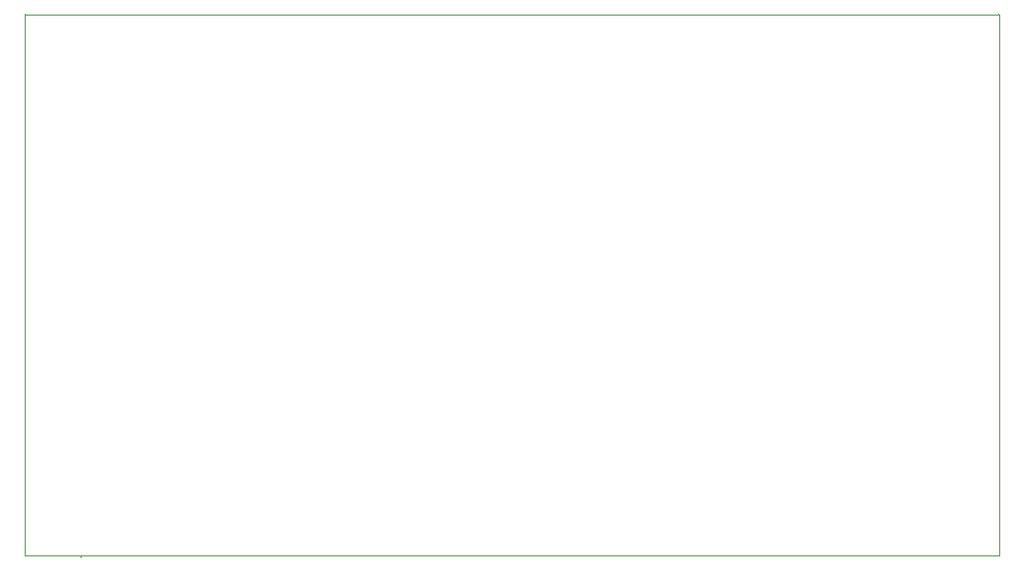
<source format=gko>
G04 Layer_Color=16720538*
%FSLAX24Y24*%
%MOIN*%
G70*
G01*
G75*
%ADD790C,0.0039*%
D790*
X11835Y9802D02*
G03*
X11855Y9783I20J0D01*
G01*
X11835Y9802D02*
G03*
X11855Y9783I20J0D01*
G01*
X11835Y9802D02*
G03*
X11854Y9783I20J0D01*
G01*
X9843Y29547D02*
G03*
X9823Y29528I0J-20D01*
G01*
X9843Y29547D02*
G03*
X9823Y29528I0J-20D01*
G01*
X45276Y9823D02*
G03*
X45295Y9843I0J20D01*
G01*
X45276Y9823D02*
G03*
X45295Y9843I0J20D01*
G01*
Y29528D02*
G03*
X45276Y29547I-20J0D01*
G01*
X45295Y29528D02*
G03*
X45276Y29547I-20J0D01*
G01*
X11854Y9783D02*
X11855D01*
X9823Y9843D02*
X9823Y29528D01*
X9843Y9823D02*
X45276D01*
X9843Y29547D02*
X45276D01*
X45295Y9843D02*
Y29528D01*
M02*

</source>
